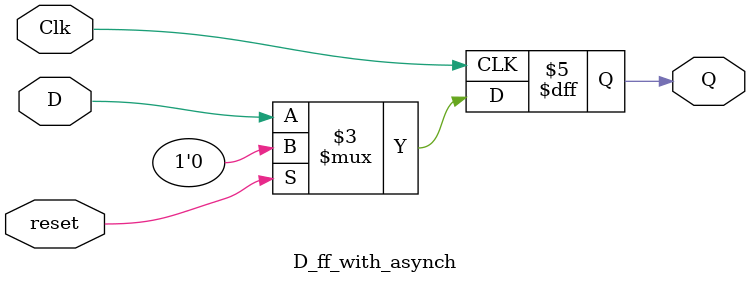
<source format=v>
module D_ff_with_asynch(
input D, 
input Clk, 
input reset, 
output reg Q);   
 
always @(posedge Clk)       
    if (reset)        
        begin          
        Q <= 1'b0;       
        end 
    else        
        begin          
        Q <= D;       
        end 
endmodule

</source>
